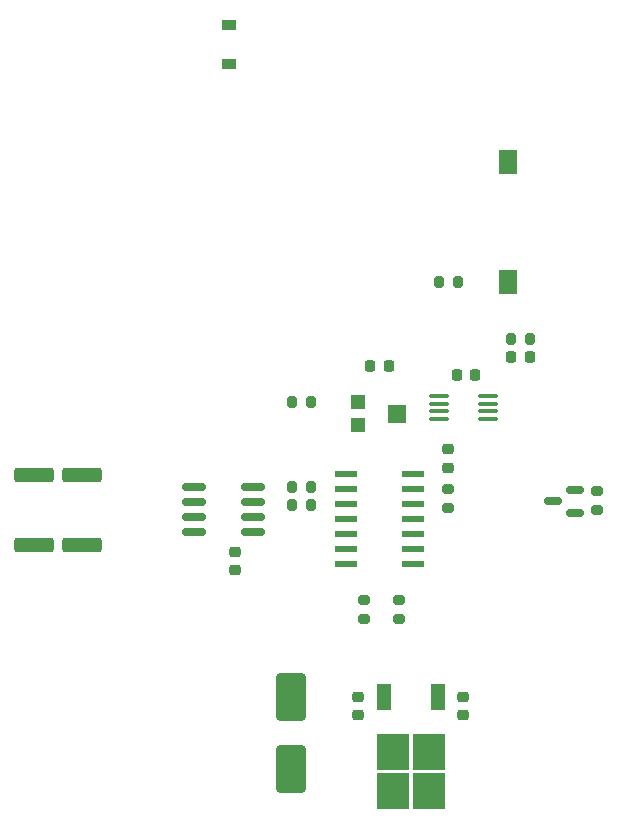
<source format=gbr>
%TF.GenerationSoftware,KiCad,Pcbnew,(6.0.7)*%
%TF.CreationDate,2025-03-09T22:25:54+09:00*%
%TF.ProjectId,Main_SMD_Controller,4d61696e-5f53-44d4-945f-436f6e74726f,rev?*%
%TF.SameCoordinates,Original*%
%TF.FileFunction,Paste,Top*%
%TF.FilePolarity,Positive*%
%FSLAX46Y46*%
G04 Gerber Fmt 4.6, Leading zero omitted, Abs format (unit mm)*
G04 Created by KiCad (PCBNEW (6.0.7)) date 2025-03-09 22:25:54*
%MOMM*%
%LPD*%
G01*
G04 APERTURE LIST*
G04 Aperture macros list*
%AMRoundRect*
0 Rectangle with rounded corners*
0 $1 Rounding radius*
0 $2 $3 $4 $5 $6 $7 $8 $9 X,Y pos of 4 corners*
0 Add a 4 corners polygon primitive as box body*
4,1,4,$2,$3,$4,$5,$6,$7,$8,$9,$2,$3,0*
0 Add four circle primitives for the rounded corners*
1,1,$1+$1,$2,$3*
1,1,$1+$1,$4,$5*
1,1,$1+$1,$6,$7*
1,1,$1+$1,$8,$9*
0 Add four rect primitives between the rounded corners*
20,1,$1+$1,$2,$3,$4,$5,0*
20,1,$1+$1,$4,$5,$6,$7,0*
20,1,$1+$1,$6,$7,$8,$9,0*
20,1,$1+$1,$8,$9,$2,$3,0*%
G04 Aperture macros list end*
%ADD10R,1.524000X2.159000*%
%ADD11R,1.200000X0.900000*%
%ADD12RoundRect,0.150000X0.587500X0.150000X-0.587500X0.150000X-0.587500X-0.150000X0.587500X-0.150000X0*%
%ADD13R,1.850000X0.550000*%
%ADD14R,2.750000X3.050000*%
%ADD15R,1.200000X2.200000*%
%ADD16RoundRect,0.225000X-0.250000X0.225000X-0.250000X-0.225000X0.250000X-0.225000X0.250000X0.225000X0*%
%ADD17RoundRect,0.225000X0.250000X-0.225000X0.250000X0.225000X-0.250000X0.225000X-0.250000X-0.225000X0*%
%ADD18RoundRect,0.200000X-0.275000X0.200000X-0.275000X-0.200000X0.275000X-0.200000X0.275000X0.200000X0*%
%ADD19RoundRect,0.250000X-1.425000X0.362500X-1.425000X-0.362500X1.425000X-0.362500X1.425000X0.362500X0*%
%ADD20RoundRect,0.150000X0.825000X0.150000X-0.825000X0.150000X-0.825000X-0.150000X0.825000X-0.150000X0*%
%ADD21RoundRect,0.200000X-0.200000X-0.275000X0.200000X-0.275000X0.200000X0.275000X-0.200000X0.275000X0*%
%ADD22RoundRect,0.200000X0.200000X0.275000X-0.200000X0.275000X-0.200000X-0.275000X0.200000X-0.275000X0*%
%ADD23RoundRect,0.225000X-0.225000X-0.250000X0.225000X-0.250000X0.225000X0.250000X-0.225000X0.250000X0*%
%ADD24RoundRect,0.250000X-1.000000X1.750000X-1.000000X-1.750000X1.000000X-1.750000X1.000000X1.750000X0*%
%ADD25RoundRect,0.225000X0.225000X0.250000X-0.225000X0.250000X-0.225000X-0.250000X0.225000X-0.250000X0*%
%ADD26R,1.200000X1.200000*%
%ADD27R,1.500000X1.600000*%
%ADD28RoundRect,0.100000X-0.712500X-0.100000X0.712500X-0.100000X0.712500X0.100000X-0.712500X0.100000X0*%
G04 APERTURE END LIST*
D10*
%TO.C,R10*%
X76200000Y-65786000D03*
X76200000Y-55626000D03*
%TD*%
D11*
%TO.C,D1*%
X52578000Y-47370000D03*
X52578000Y-44070000D03*
%TD*%
D12*
%TO.C,Q1*%
X79933800Y-84404200D03*
X81808800Y-83454200D03*
X81808800Y-85354200D03*
%TD*%
D13*
%TO.C,U2*%
X62403000Y-82042000D03*
X62403000Y-83312000D03*
X62403000Y-84582000D03*
X62403000Y-85852000D03*
X62403000Y-87122000D03*
X62403000Y-88392000D03*
X62403000Y-89662000D03*
X68153000Y-89662000D03*
X68153000Y-88392000D03*
X68153000Y-87122000D03*
X68153000Y-85852000D03*
X68153000Y-84582000D03*
X68153000Y-83312000D03*
X68153000Y-82042000D03*
%TD*%
D14*
%TO.C,U1*%
X69470000Y-108940000D03*
X66420000Y-108940000D03*
X66420000Y-105590000D03*
X69470000Y-105590000D03*
D15*
X70225000Y-100965000D03*
X65665000Y-100965000D03*
%TD*%
D16*
%TO.C,C1*%
X72390000Y-100965000D03*
X72390000Y-102515000D03*
%TD*%
D17*
%TO.C,C6*%
X71120000Y-81547000D03*
X71120000Y-79997000D03*
%TD*%
D18*
%TO.C,R1*%
X71120000Y-83312000D03*
X71120000Y-84962000D03*
%TD*%
D19*
%TO.C,R11*%
X40132000Y-82127500D03*
X40132000Y-88052500D03*
%TD*%
D20*
%TO.C,U3*%
X54545000Y-86995000D03*
X54545000Y-85725000D03*
X54545000Y-84455000D03*
X54545000Y-83185000D03*
X49595000Y-83185000D03*
X49595000Y-84455000D03*
X49595000Y-85725000D03*
X49595000Y-86995000D03*
%TD*%
D18*
%TO.C,R2*%
X66929000Y-92710000D03*
X66929000Y-94360000D03*
%TD*%
D21*
%TO.C,R6*%
X70295000Y-65786000D03*
X71945000Y-65786000D03*
%TD*%
D22*
%TO.C,R5*%
X78041000Y-70612000D03*
X76391000Y-70612000D03*
%TD*%
D18*
%TO.C,R4*%
X83693000Y-83503000D03*
X83693000Y-85153000D03*
%TD*%
D23*
%TO.C,C8*%
X64503000Y-72898000D03*
X66053000Y-72898000D03*
%TD*%
D24*
%TO.C,C3*%
X57785000Y-100965000D03*
X57785000Y-107065000D03*
%TD*%
D22*
%TO.C,R9*%
X59499000Y-83185000D03*
X57849000Y-83185000D03*
%TD*%
D25*
%TO.C,C4*%
X71856000Y-73660000D03*
X73406000Y-73660000D03*
%TD*%
D22*
%TO.C,R8*%
X59499000Y-84709000D03*
X57849000Y-84709000D03*
%TD*%
D19*
%TO.C,R12*%
X36068000Y-82127500D03*
X36068000Y-88052500D03*
%TD*%
D22*
%TO.C,R7*%
X59499000Y-75946000D03*
X57849000Y-75946000D03*
%TD*%
D25*
%TO.C,C7*%
X77991000Y-72136000D03*
X76441000Y-72136000D03*
%TD*%
D16*
%TO.C,C5*%
X53086000Y-88646000D03*
X53086000Y-90196000D03*
%TD*%
D26*
%TO.C,RV1*%
X63478000Y-75962000D03*
D27*
X66728000Y-76962000D03*
D26*
X63478000Y-77962000D03*
%TD*%
D28*
%TO.C,U4*%
X70277500Y-75479000D03*
X70277500Y-76129000D03*
X70277500Y-76779000D03*
X70277500Y-77429000D03*
X74502500Y-77429000D03*
X74502500Y-76779000D03*
X74502500Y-76129000D03*
X74502500Y-75479000D03*
%TD*%
D18*
%TO.C,R3*%
X64008000Y-92710000D03*
X64008000Y-94360000D03*
%TD*%
D16*
%TO.C,C2*%
X63500000Y-100965000D03*
X63500000Y-102515000D03*
%TD*%
M02*

</source>
